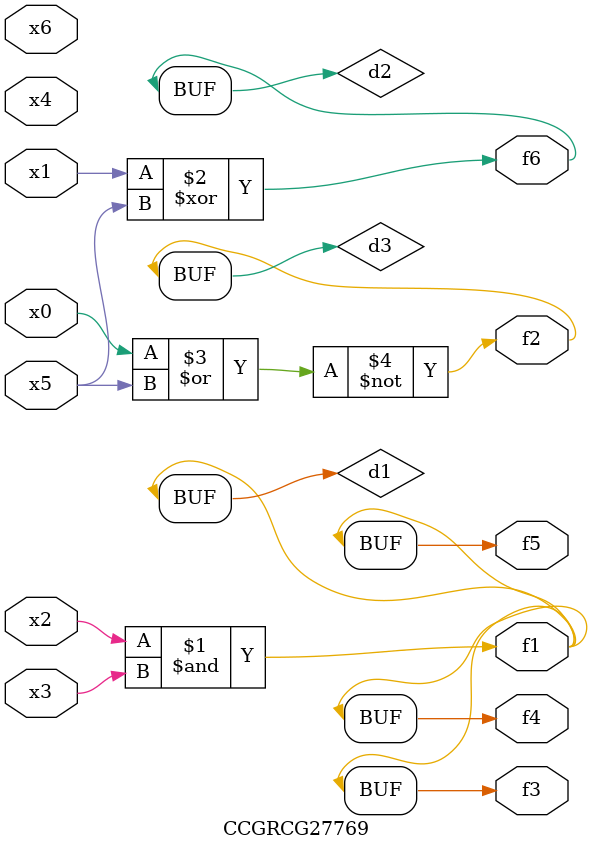
<source format=v>
module CCGRCG27769(
	input x0, x1, x2, x3, x4, x5, x6,
	output f1, f2, f3, f4, f5, f6
);

	wire d1, d2, d3;

	and (d1, x2, x3);
	xor (d2, x1, x5);
	nor (d3, x0, x5);
	assign f1 = d1;
	assign f2 = d3;
	assign f3 = d1;
	assign f4 = d1;
	assign f5 = d1;
	assign f6 = d2;
endmodule

</source>
